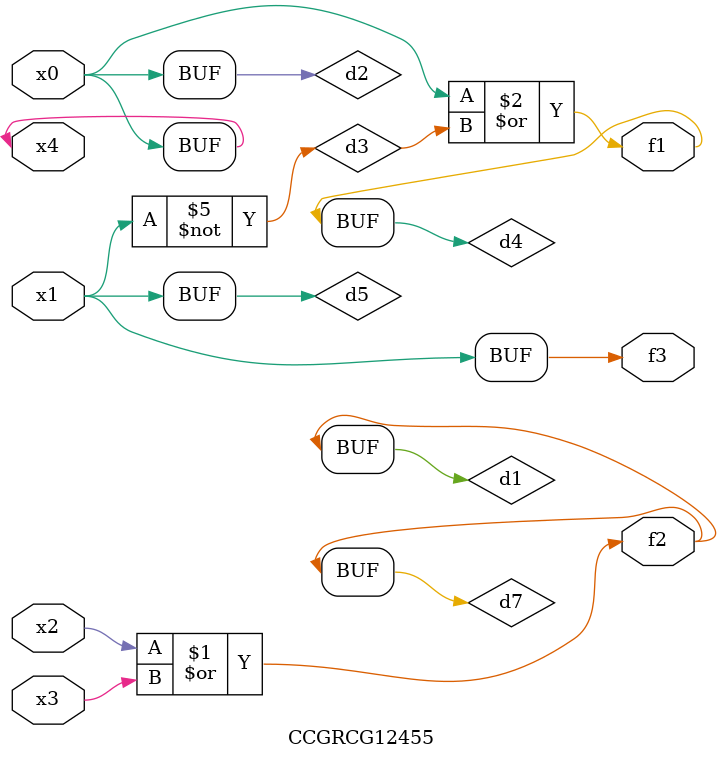
<source format=v>
module CCGRCG12455(
	input x0, x1, x2, x3, x4,
	output f1, f2, f3
);

	wire d1, d2, d3, d4, d5, d6, d7;

	or (d1, x2, x3);
	buf (d2, x0, x4);
	not (d3, x1);
	or (d4, d2, d3);
	not (d5, d3);
	nand (d6, d1, d3);
	or (d7, d1);
	assign f1 = d4;
	assign f2 = d7;
	assign f3 = d5;
endmodule

</source>
